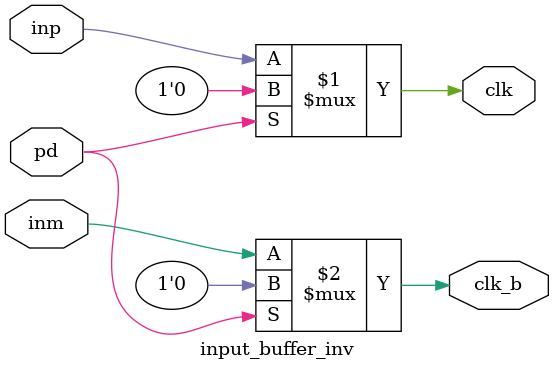
<source format=sv>
module input_buffer_inv (
    input wire logic inp,
    input wire logic inm,
    input wire logic pd,
    output wire logic clk,
    output wire logic clk_b
);
    assign clk = pd ? 1'b0 : inp;
    assign clk_b = pd ? 1'b0 : inm;
endmodule
</source>
